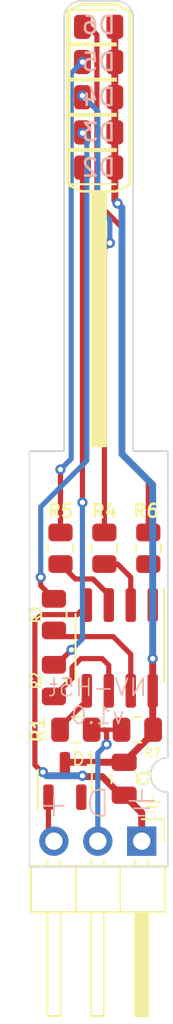
<source format=kicad_pcb>
(kicad_pcb (version 20211014) (generator pcbnew)
  (layers (0 "F.Cu" signal) (31 "B.Cu" signal) (34 "B.Paste" user) (35 "F.Paste" user) (36 "B.SilkS" user "B.Silkscreen") (37 "F.SilkS" user "F.Silkscreen") (38 "B.Mask" user) (39 "F.Mask" user) (44 "Edge.Cuts" user))
  (net 0 "")
  (net 1 "VCC")
  (net 2 "GND")
  (net 3 "Net-(D1-Pad1)")
  (net 5 "/DATA_IN")
  (net 6 "/LED_YEL_BOT")
  (net 7 "/LED_WHITE")
  (net 8 "/LED_RED")
  (net 9 "/LED_GR")
  (net 10 "/LED_YEL_TOP")
  (net 11 "/dDATA_IN")
  (net 12 "/dLED_YEL_BOT")
  (net 13 "/dLED_WHITE")
  (net 14 "/dLED_RED")
  (net 15 "/dLED_GR")
  (net 16 "/dLED_YEL_TOP")
  (footprint "Resistor_SMD:R_0805_2012Metric" (layer "F.Cu") (at 122.682 122.089 180)
    (fp_text reference "R1" (at 2.1825 0 90) (layer "F.SilkS") (effects (font (size 0.75 0.75))))
    (fp_text value "1k")
    (fp_line (start -0.227064 0.735) (end 0.227064 0.735) (layer "F.SilkS") (width 0.12))
    (fp_line (start -0.227064 -0.735) (end 0.227064 -0.735) (layer "F.SilkS") (width 0.12))
    (pad "1" smd roundrect (at -0.9125 0 180) (size 1.025 1.4) (layers "F.Cu" "F.Paste" "F.Mask") (roundrect_rratio 0.243902) (net 5 "/DATA_IN"))
    (pad "2" smd roundrect (at 0.9125 0 180) (size 1.025 1.4) (layers "F.Cu" "F.Paste" "F.Mask") (roundrect_rratio 0.243902) (net 11 "/dDATA_IN"))
  )
  (footprint "Resistor_SMD:R_0805_2012Metric" (layer "F.Cu") (at 121.793 111.6095 -90)
    (fp_text reference "R5" (at -2.159 0) (layer "F.SilkS") (effects (font (size 0.75 0.75))))
    (fp_text value "4k7")
    (fp_line (start -0.227064 -0.735) (end 0.227064 -0.735) (layer "F.SilkS") (width 0.12))
    (fp_line (start -0.227064 0.735) (end 0.227064 0.735) (layer "F.SilkS") (width 0.12))
    (pad "1" smd roundrect (at -0.9125 0 270) (size 1.025 1.4) (layers "F.Cu" "F.Paste" "F.Mask") (roundrect_rratio 0.243902) (net 9 "/LED_GR"))
    (pad "2" smd roundrect (at 0.9125 0 270) (size 1.025 1.4) (layers "F.Cu" "F.Paste" "F.Mask") (roundrect_rratio 0.243902) (net 15 "/dLED_GR"))
  )
  (footprint "Package_TO_SOT_SMD:SOT-23" (layer "F.Cu") (at 122.047 125.0465 90)
    (fp_text reference "D1" (at 1.27 1.143 180) (layer "F.SilkS") (effects (font (size 0.75 0.75) (thickness 0.1))))
    (fp_text value "BAT54")
    (fp_line (start 0 1.56) (end 0.65 1.56) (layer "F.SilkS") (width 0.12))
    (fp_line (start 0 1.56) (end -0.65 1.56) (layer "F.SilkS") (width 0.12))
    (fp_line (start 0 -1.56) (end -1.675 -1.56) (layer "F.SilkS") (width 0.12))
    (fp_line (start 0 -1.56) (end 0.65 -1.56) (layer "F.SilkS") (width 0.12))
    (pad "1" smd roundrect (at -0.9375 -0.95 90) (size 1.475 0.6) (layers "F.Cu" "F.Paste" "F.Mask") (net 3 "Net-(D1-Pad1)"))
    (pad "2" smd roundrect (at -0.9375 0.95 90) (size 1.475 0.6) (layers "F.Cu" "F.Paste" "F.Mask"))
    (pad "3" smd roundrect (at 0.9375 0 90) (size 1.475 0.6) (layers "F.Cu" "F.Paste" "F.Mask") (net 1 "VCC"))
  )
  (footprint "Resistor_SMD:R_0805_2012Metric" (layer "F.Cu") (at 126.873 111.6095 -90)
    (fp_text reference "R6" (at -2.159 0.127) (layer "F.SilkS") (effects (font (size 0.75 0.75))))
    (fp_text value "4k7")
    (fp_line (start -0.227064 0.735) (end 0.227064 0.735) (layer "F.SilkS") (width 0.12))
    (fp_line (start -0.227064 -0.735) (end 0.227064 -0.735) (layer "F.SilkS") (width 0.12))
    (pad "1" smd roundrect (at -0.9125 0 270) (size 1.025 1.4) (layers "F.Cu" "F.Paste" "F.Mask") (roundrect_rratio 0.243902) (net 10 "/LED_YEL_TOP"))
    (pad "2" smd roundrect (at 0.9125 0 270) (size 1.025 1.4) (layers "F.Cu" "F.Paste" "F.Mask") (roundrect_rratio 0.243902) (net 16 "/dLED_YEL_TOP"))
  )
  (footprint "Resistor_SMD:R_0805_2012Metric" (layer "F.Cu") (at 126.238 122.089 180)
    (fp_text reference "R7" (at -0.889 -1.355) (layer "F.SilkS") (effects (font (size 0.5 0.5) (thickness 0.1))))
    (fp_text value "10k")
    (fp_line (start -0.227064 0.735) (end 0.227064 0.735) (layer "F.SilkS") (width 0.12))
    (fp_line (start -0.227064 -0.735) (end 0.227064 -0.735) (layer "F.SilkS") (width 0.12))
    (pad "1" smd roundrect (at -0.9125 0 180) (size 1.025 1.4) (layers "F.Cu" "F.Paste" "F.Mask") (roundrect_rratio 0.243902) (net 1 "VCC"))
    (pad "2" smd roundrect (at 0.9125 0 180) (size 1.025 1.4) (layers "F.Cu" "F.Paste" "F.Mask") (roundrect_rratio 0.243902) (net 5 "/DATA_IN"))
  )
  (footprint "LED_SMD:LED_0805_2012Metric" (layer "F.Cu") (at 124 81.5)
    (fp_text reference "D6" (at 0 -0.1) (layer "B.SilkS") (effects (justify mirror)))
    (fp_text value "YELLOW")
    (fp_line (start 1 -0.96) (end -1.685 -0.96) (layer "F.SilkS") (width 0.12))
    (fp_line (start -1.685 0.96) (end 1 0.96) (layer "F.SilkS") (width 0.12))
    (fp_line (start -1.685 -0.96) (end -1.685 0.96) (layer "F.SilkS") (width 0.12))
    (pad "1" smd roundrect (at -0.9375 0) (size 0.975 1.4) (layers "F.Cu" "F.Paste" "F.Mask") (net 10 "/LED_YEL_TOP"))
    (pad "2" smd roundrect (at 0.9375 0) (size 0.975 1.4) (layers "F.Cu" "F.Paste" "F.Mask") (net 1 "VCC"))
  )
  (footprint "LED_SMD:LED_0805_2012Metric" (layer "F.Cu") (at 124 89.628)
    (fp_text reference "D2" (at 0 0) (layer "B.SilkS") (effects (justify mirror)))
    (fp_text value "YELLOW")
    (fp_line (start 1 -0.96) (end -1.685 -0.96) (layer "F.SilkS") (width 0.12))
    (fp_line (start -1.685 0.96) (end 1 0.96) (layer "F.SilkS") (width 0.12))
    (fp_line (start -1.685 -0.96) (end -1.685 0.96) (layer "F.SilkS") (width 0.12))
    (pad "1" smd roundrect (at -0.9375 0) (size 0.975 1.4) (layers "F.Cu" "F.Paste" "F.Mask") (net 6 "/LED_YEL_BOT"))
    (pad "2" smd roundrect (at 0.9375 0) (size 0.975 1.4) (layers "F.Cu" "F.Paste" "F.Mask") (net 1 "VCC"))
  )
  (footprint "Connector_PinHeader_2.54mm:PinHeader_1x03_P2.54mm_Horizontal" (layer "F.Cu") (at 126.492 128.524 -90)
    (fp_text reference "J1" hide)
    (fp_text value "PSH02-03")
    (fp_line (start 4.1 2.16) (end 10.1 2.16) (layer "F.SilkS") (width 0.12))
    (fp_line (start 4.1 -0.08) (end 10.1 -0.08) (layer "F.SilkS") (width 0.12))
    (fp_line (start 1.042929 2.92) (end 1.44 2.92) (layer "F.SilkS") (width 0.12))
    (fp_line (start 1.44 6.41) (end 4.1 6.41) (layer "F.SilkS") (width 0.12))
    (fp_line (start 4.1 0.04) (end 10.1 0.04) (layer "F.SilkS") (width 0.12))
    (fp_line (start 4.1 -1.33) (end 1.44 -1.33) (layer "F.SilkS") (width 0.12))
    (fp_line (start 4.1 -0.32) (end 10.1 -0.32) (layer "F.SilkS") (width 0.12))
    (fp_line (start 1.042929 2.16) (end 1.44 2.16) (layer "F.SilkS") (width 0.12))
    (fp_line (start -1.27 0) (end -1.27 -1.27) (layer "F.SilkS") (width 0.12))
    (fp_line (start 1.44 3.81) (end 4.1 3.81) (layer "F.SilkS") (width 0.12))
    (fp_line (start 1.042929 5.46) (end 1.44 5.46) (layer "F.SilkS") (width 0.12))
    (fp_line (start 1.11 0.38) (end 1.44 0.38) (layer "F.SilkS") (width 0.12))
    (fp_line (start 4.1 0.16) (end 10.1 0.16) (layer "F.SilkS") (width 0.12))
    (fp_line (start 10.1 -0.38) (end 10.1 0.38) (layer "F.SilkS") (width 0.12))
    (fp_line (start 4.1 -0.2) (end 10.1 -0.2) (layer "F.SilkS") (width 0.12))
    (fp_line (start 1.44 -1.33) (end 1.44 6.41) (layer "F.SilkS") (width 0.12))
    (fp_line (start 4.1 6.41) (end 4.1 -1.33) (layer "F.SilkS") (width 0.12))
    (fp_line (start 10.1 5.46) (end 4.1 5.46) (layer "F.SilkS") (width 0.12))
    (fp_line (start 10.1 2.16) (end 10.1 2.92) (layer "F.SilkS") (width 0.12))
    (fp_line (start 1.11 -0.38) (end 1.44 -0.38) (layer "F.SilkS") (width 0.12))
    (fp_line (start 4.1 4.7) (end 10.1 4.7) (layer "F.SilkS") (width 0.12))
    (fp_line (start 1.44 1.27) (end 4.1 1.27) (layer "F.SilkS") (width 0.12))
    (fp_line (start 10.1 2.92) (end 4.1 2.92) (layer "F.SilkS") (width 0.12))
    (fp_line (start 4.1 -0.38) (end 10.1 -0.38) (layer "F.SilkS") (width 0.12))
    (fp_line (start -1.27 -1.27) (end 0 -1.27) (layer "F.SilkS") (width 0.12))
    (fp_line (start 10.1 4.7) (end 10.1 5.46) (layer "F.SilkS") (width 0.12))
    (fp_line (start 10.1 0.38) (end 4.1 0.38) (layer "F.SilkS") (width 0.12))
    (fp_line (start 1.042929 4.7) (end 1.44 4.7) (layer "F.SilkS") (width 0.12))
    (fp_line (start 4.1 0.28) (end 10.1 0.28) (layer "F.SilkS") (width 0.12))
    (pad "1" thru_hole rect (at 0 0 270) (size 1.7 1.7) (drill 1) (layers *.Cu *.Mask) (net 2 "GND"))
    (pad "2" thru_hole oval (at 0 2.54 270) (size 1.7 1.7) (drill 1) (layers *.Cu *.Mask) (net 5 "/DATA_IN"))
    (pad "3" thru_hole oval (at 0 5.08 270) (size 1.7 1.7) (drill 1) (layers *.Cu *.Mask) (net 3 "Net-(D1-Pad1)"))
  )
  (footprint "LED_SMD:LED_0805_2012Metric" (layer "F.Cu") (at 124 85.564)
    (fp_text reference "D4" (at 0 0) (layer "B.SilkS") (effects (justify mirror)))
    (fp_text value "RED")
    (fp_line (start -1.685 -0.96) (end -1.685 0.96) (layer "F.SilkS") (width 0.12))
    (fp_line (start 1 -0.96) (end -1.685 -0.96) (layer "F.SilkS") (width 0.12))
    (fp_line (start -1.685 0.96) (end 1 0.96) (layer "F.SilkS") (width 0.12))
    (pad "1" smd roundrect (at -0.9375 0) (size 0.975 1.4) (layers "F.Cu" "F.Paste" "F.Mask") (net 8 "/LED_RED"))
    (pad "2" smd roundrect (at 0.9375 0) (size 0.975 1.4) (layers "F.Cu" "F.Paste" "F.Mask") (net 1 "VCC"))
  )
  (footprint "Resistor_SMD:R_0805_2012Metric" (layer "F.Cu") (at 121.412 115.443 -90)
    (fp_text reference "R3" (at 0 1.016 -90) (layer "F.SilkS") (effects (font (size 0.5 0.5) (thickness 0.1))))
    (fp_text value "4k7")
    (fp_line (start -0.227064 -0.735) (end 0.227064 -0.735) (layer "F.SilkS") (width 0.12))
    (fp_line (start -0.227064 0.735) (end 0.227064 0.735) (layer "F.SilkS") (width 0.12))
    (pad "1" smd roundrect (at -0.9125 0 270) (size 1.025 1.4) (layers "F.Cu" "F.Paste" "F.Mask") (roundrect_rratio 0.243902) (net 7 "/LED_WHITE"))
    (pad "2" smd roundrect (at 0.9125 0 270) (size 1.025 1.4) (layers "F.Cu" "F.Paste" "F.Mask") (roundrect_rratio 0.243902) (net 13 "/dLED_WHITE"))
  )
  (footprint "LED_SMD:LED_0805_2012Metric" (layer "F.Cu") (at 124 87.596)
    (fp_text reference "D3" (at 0 -0.004) (layer "B.SilkS") (effects (justify mirror)))
    (fp_text value "WHITE")
    (fp_line (start 1 -0.96) (end -1.685 -0.96) (layer "F.SilkS") (width 0.12))
    (fp_line (start -1.685 -0.96) (end -1.685 0.96) (layer "F.SilkS") (width 0.12))
    (fp_line (start -1.685 0.96) (end 1 0.96) (layer "F.SilkS") (width 0.12))
    (pad "1" smd roundrect (at -0.9375 0) (size 0.975 1.4) (layers "F.Cu" "F.Paste" "F.Mask") (net 7 "/LED_WHITE"))
    (pad "2" smd roundrect (at 0.9375 0) (size 0.975 1.4) (layers "F.Cu" "F.Paste" "F.Mask") (net 1 "VCC"))
  )
  (footprint "LED_SMD:LED_0805_2012Metric" (layer "F.Cu") (at 124 83.532)
    (fp_text reference "D5" (at 0 0) (layer "B.SilkS") (effects (justify mirror)))
    (fp_text value "GREEN")
    (fp_line (start -1.685 -0.96) (end -1.685 0.96) (layer "F.SilkS") (width 0.12))
    (fp_line (start 1 -0.96) (end -1.685 -0.96) (layer "F.SilkS") (width 0.12))
    (fp_line (start -1.685 0.96) (end 1 0.96) (layer "F.SilkS") (width 0.12))
    (pad "1" smd roundrect (at -0.9375 0) (size 0.975 1.4) (layers "F.Cu" "F.Paste" "F.Mask") (net 9 "/LED_GR"))
    (pad "2" smd roundrect (at 0.9375 0) (size 0.975 1.4) (layers "F.Cu" "F.Paste" "F.Mask") (net 1 "VCC"))
  )
  (footprint "Capacitor_SMD:C_0805_2012Metric" (layer "F.Cu") (at 125.476 124.9195 -90)
    (fp_text reference "C1" (at -0.0785 -1.143 -90) (layer "F.SilkS") (effects (font (size 0.5 0.5) (thickness 0.1))))
    (fp_text value "1u")
    (fp_line (start -0.261252 0.735) (end 0.261252 0.735) (layer "F.SilkS") (width 0.12))
    (fp_line (start -0.261252 -0.735) (end 0.261252 -0.735) (layer "F.SilkS") (width 0.12))
    (pad "1" smd roundrect (at -0.95 0 270) (size 1 1.45) (layers "F.Cu" "F.Paste" "F.Mask") (net 1 "VCC"))
    (pad "2" smd roundrect (at 0.95 0 270) (size 1 1.45) (layers "F.Cu" "F.Paste" "F.Mask") (net 2 "GND"))
  )
  (footprint "Resistor_SMD:R_0805_2012Metric" (layer "F.Cu") (at 124.333 111.6095 -90)
    (fp_text reference "R4" (at -2.1355 0) (layer "F.SilkS") (effects (font (size 0.75 0.75))))
    (fp_text value "4k7")
    (fp_line (start -0.227064 -0.735) (end 0.227064 -0.735) (layer "F.SilkS") (width 0.12))
    (fp_line (start -0.227064 0.735) (end 0.227064 0.735) (layer "F.SilkS") (width 0.12))
    (pad "1" smd roundrect (at -0.9125 0 270) (size 1.025 1.4) (layers "F.Cu" "F.Paste" "F.Mask") (roundrect_rratio 0.243902) (net 8 "/LED_RED"))
    (pad "2" smd roundrect (at 0.9125 0 270) (size 1.025 1.4) (layers "F.Cu" "F.Paste" "F.Mask") (roundrect_rratio 0.243902) (net 14 "/dLED_RED"))
  )
  (footprint "Resistor_SMD:R_0805_2012Metric" (layer "F.Cu") (at 121.412 119.253 90)
    (fp_text reference "R2" (at 0 -1.016 90) (layer "F.SilkS") (effects (font (size 0.5 0.5) (thickness 0.1))))
    (fp_text value "4k7")
    (fp_line (start -0.227064 -0.735) (end 0.227064 -0.735) (layer "F.SilkS") (width 0.12))
    (fp_line (start -0.227064 0.735) (end 0.227064 0.735) (layer "F.SilkS") (width 0.12))
    (pad "1" smd roundrect (at -0.9125 0 90) (size 1.025 1.4) (layers "F.Cu" "F.Paste" "F.Mask") (roundrect_rratio 0.243902) (net 12 "/dLED_YEL_BOT"))
    (pad "2" smd roundrect (at 0.9125 0 90) (size 1.025 1.4) (layers "F.Cu" "F.Paste" "F.Mask") (roundrect_rratio 0.243902) (net 6 "/LED_YEL_BOT"))
  )
  (footprint "Package_SO:SOIC-8_3.9x4.9mm_P1.27mm" (layer "F.Cu") (at 125.222 117.366 -90)
    (fp_text reference "U1" hide)
    (fp_text value "ATtiny25-20SS")
    (fp_line (start 0 2.56) (end 1.95 2.56) (layer "F.SilkS") (width 0.12))
    (fp_line (start 0 -2.56) (end -3.45 -2.56) (layer "F.SilkS") (width 0.12))
    (fp_line (start 0 2.56) (end -1.95 2.56) (layer "F.SilkS") (width 0.12))
    (fp_line (start 0 -2.56) (end 1.95 -2.56) (layer "F.SilkS") (width 0.12))
    (pad "1" smd roundrect (at -2.475 -1.905 270) (size 1.95 0.6) (layers "F.Cu" "F.Paste" "F.Mask") (net 16 "/dLED_YEL_TOP"))
    (pad "2" smd roundrect (at -2.475 -0.635 270) (size 1.95 0.6) (layers "F.Cu" "F.Paste" "F.Mask") (net 14 "/dLED_RED"))
    (pad "3" smd roundrect (at -2.475 0.635 270) (size 1.95 0.6) (layers "F.Cu" "F.Paste" "F.Mask") (net 15 "/dLED_GR"))
    (pad "4" smd roundrect (at -2.475 1.905 270) (size 1.95 0.6) (layers "F.Cu" "F.Paste" "F.Mask") (net 2 "GND"))
    (pad "5" smd roundrect (at 2.475 1.905 270) (size 1.95 0.6) (layers "F.Cu" "F.Paste" "F.Mask") (net 11 "/dDATA_IN"))
    (pad "6" smd roundrect (at 2.475 0.635 270) (size 1.95 0.6) (layers "F.Cu" "F.Paste" "F.Mask") (net 12 "/dLED_YEL_BOT"))
    (pad "7" smd roundrect (at 2.475 -0.635 270) (size 1.95 0.6) (layers "F.Cu" "F.Paste" "F.Mask") (net 13 "/dLED_WHITE"))
    (pad "8" smd roundrect (at 2.475 -1.905 270) (size 1.95 0.6) (layers "F.Cu" "F.Paste" "F.Mask") (net 1 "VCC"))
  )
  (gr_line (start 123 80.2) (end 122.2 80.6) (layer "F.SilkS") (width 0.15))
  (gr_line (start 123 91) (end 122.2 90.6) (layer "F.SilkS") (width 0.15))
  (gr_line (start 125 91) (end 123 91) (layer "F.SilkS") (width 0.15))
  (gr_line (start 125 80.2) (end 125.8 80.6) (layer "F.SilkS") (width 0.15))
  (gr_line (start 122.2 80.6) (end 122.2 90.6) (layer "F.SilkS") (width 0.15))
  (gr_rect (start 123.6 91) (end 124.4 105.7) (layer "F.SilkS") (width 0.15) (fill solid))
  (gr_line (start 123 80.2) (end 125 80.2) (layer "F.SilkS") (width 0.15))
  (gr_line (start 125 91) (end 125.8 90.6) (layer "F.SilkS") (width 0.15))
  (gr_line (start 125.8 80.6) (end 125.8 90.6) (layer "F.SilkS") (width 0.15))
  (gr_line (start 128 106) (end 128 123.7) (layer "Edge.Cuts") (width 0.1))
  (gr_line (start 122 106) (end 120 106) (layer "Edge.Cuts") (width 0.1))
  (gr_line (start 122 81) (end 122 106) (layer "Edge.Cuts") (width 0.1))
  (gr_arc (start 122 81) (mid 122.292893 80.292893) (end 123 80) (layer "Edge.Cuts") (width 0.1))
  (gr_line (start 120 130) (end 128 130) (layer "Edge.Cuts") (width 0.1))
  (gr_line (start 128 130) (end 128 125.7) (layer "Edge.Cuts") (width 0.1))
  (gr_line (start 126 81) (end 126 106) (layer "Edge.Cuts") (width 0.1))
  (gr_line (start 123 80) (end 125 80) (layer "Edge.Cuts") (width 0.1))
  (gr_arc (start 125 80) (mid 125.707107 80.292893) (end 126 81) (layer "Edge.Cuts") (width 0.1))
  (gr_arc (start 128 125.7) (mid 127 124.7) (end 128 123.7) (layer "Edge.Cuts") (width 0.1))
  (gr_line (start 128 106) (end 126 106) (layer "Edge.Cuts") (width 0.1))
  (gr_line (start 120 130) (end 120 106) (layer "Edge.Cuts") (width 0.1))
  (gr_text "D" (at 123.952 126.365) (layer "B.SilkS") (effects (font (size 1.5 1.5) (thickness 0.1)) (justify mirror)))
  (gr_text "⏚" (at 126.492 126.365) (layer "B.SilkS") (effects (font (size 1.5 1.5) (thickness 0.1)) (justify mirror)))
  (gr_text "NV-H5t\nv1.0" (at 123.952 120.462) (layer "B.SilkS") (effects (font (size 1 1) (thickness 0.1)) (justify mirror)))
  (gr_text "+" (at 121.412 126.365) (layer "B.SilkS") (effects (font (size 1.5 1.5) (thickness 0.1)) (justify mirror)))
  (gr_text "⏚" (at 127.127 126.365) (layer "F.SilkS") (effects (font (size 1 1) (thickness 0.1))))
  (segment (start 127.127 119.841) (end 127.127 117.983) (width 0.4) (layer "F.Cu") (net 1))
  (segment (start 127.1505 122.295) (end 125.476 123.9695) (width 0.4) (layer "F.Cu") (net 1))
  (segment (start 127.1505 122.089) (end 127.1505 122.295) (width 0.4) (layer "F.Cu") (net 1))
  (segment (start 124.9375 89.628) (end 124.9375 91.5365) (width 0.4) (layer "F.Cu") (net 1))
  (segment (start 127.127 119.841) (end 127.127 122.0655) (width 0.4) (layer "F.Cu") (net 1))
  (segment (start 127.127 122.0655) (end 127.1505 122.089) (width 0.4) (layer "F.Cu") (net 1))
  (segment (start 125.476 123.9695) (end 123.002 123.9695) (width 0.4) (layer "F.Cu") (net 1))
  (segment (start 122.1865 123.9695) (end 122.047 124.109) (width 0.4) (layer "F.Cu") (net 1))
  (segment (start 124.9375 81.5) (end 124.9375 89.628) (width 0.4) (layer "F.Cu") (net 1))
  (segment (start 123.002 123.9695) (end 122.1865 123.9695) (width 0.4) (layer "F.Cu") (net 1))
  (segment (start 124.9375 91.5365) (end 125.095 91.694) (width 0.4) (layer "F.Cu") (net 1))
  (via (at 125.095 91.694) (size 0.6) (drill 0.3) (layers "F.Cu" "B.Cu") (net 1))
  (via (at 127.127 117.983) (size 0.6) (drill 0.3) (layers "F.Cu" "B.Cu") (net 1))
  (segment (start 127.127 107.95) (end 127.127 117.983) (width 0.4) (layer "B.Cu") (net 1))
  (segment (start 125.349 106.172) (end 127.127 107.95) (width 0.4) (layer "B.Cu") (net 1))
  (segment (start 125.349 91.948) (end 125.349 106.172) (width 0.4) (layer "B.Cu") (net 1))
  (segment (start 125.095 91.694) (end 125.349 91.948) (width 0.4) (layer "B.Cu") (net 1))
  (segment (start 125.476 125.8695) (end 125.283 125.8695) (width 0.4) (layer "F.Cu") (net 2))
  (segment (start 120.312 115.823761) (end 120.692761 115.443) (width 0.3) (layer "F.Cu") (net 2))
  (segment (start 120.312 124.122) (end 120.312 115.823761) (width 0.3) (layer "F.Cu") (net 2))
  (segment (start 122.765 115.443) (end 123.317 114.891) (width 0.3) (layer "F.Cu") (net 2))
  (segment (start 125.283 125.8695) (end 124.206 124.7925) (width 0.4) (layer "F.Cu") (net 2))
  (segment (start 120.692761 115.443) (end 122.765 115.443) (width 0.3) (layer "F.Cu") (net 2))
  (segment (start 120.777 124.5385) (end 120.7285 124.5385) (width 0.4) (layer "F.Cu") (net 2))
  (segment (start 120.7285 124.5385) (end 120.312 124.122) (width 0.3) (layer "F.Cu") (net 2))
  (segment (start 126.492 126.8855) (end 125.476 125.8695) (width 0.4) (layer "F.Cu") (net 2))
  (segment (start 126.492 128.524) (end 126.492 126.8855) (width 0.4) (layer "F.Cu") (net 2))
  (segment (start 123.063 124.7925) (end 123.063 124.747) (width 0.4) (layer "F.Cu") (net 2))
  (segment (start 124.206 124.7925) (end 123.063 124.7925) (width 0.4) (layer "F.Cu") (net 2))
  (via (at 123.063 124.747) (size 0.6) (drill 0.3) (layers "F.Cu" "B.Cu") (net 2))
  (via (at 120.777 124.5385) (size 0.6) (drill 0.3) (layers "F.Cu" "B.Cu") (net 2))
  (segment (start 120.777 124.5385) (end 120.9855 124.747) (width 0.4) (layer "B.Cu") (net 2))
  (segment (start 120.9855 124.747) (end 123.063 124.747) (width 0.4) (layer "B.Cu") (net 2))
  (segment (start 121.097 126.2865) (end 121.097 128.209) (width 0.3) (layer "F.Cu") (net 3))
  (segment (start 121.097 128.209) (end 121.412 128.524) (width 0.3) (layer "F.Cu") (net 3))
  (segment (start 125.3255 122.089) (end 124.333 122.089) (width 0.25) (layer "F.Cu") (net 5))
  (segment (start 124.333 122.089) (end 123.5945 122.089) (width 0.25) (layer "F.Cu") (net 5))
  (segment (start 124.46 122.936) (end 124.46 122.216) (width 0.3) (layer "F.Cu") (net 5))
  (segment (start 124.46 122.216) (end 124.333 122.089) (width 0.3) (layer "F.Cu") (net 5))
  (via (at 124.46 122.936) (size 0.6) (drill 0.3) (layers "F.Cu" "B.Cu") (net 5))
  (segment (start 124.46 122.936) (end 123.952 123.444) (width 0.3) (layer "B.Cu") (net 5))
  (segment (start 123.952 123.444) (end 123.952 128.524) (width 0.3) (layer "B.Cu") (net 5))
  (segment (start 121.5625 118.3405) (end 122.428 117.475) (width 0.3) (layer "F.Cu") (net 6))
  (segment (start 123.0625 89.628) (end 123.0625 108.9655) (width 0.3) (layer "F.Cu") (net 6))
  (segment (start 121.412 118.3405) (end 121.5625 118.3405) (width 0.3) (layer "F.Cu") (net 6))
  (via (at 122.428 117.475) (size 0.6) (drill 0.3) (layers "F.Cu" "B.Cu") (net 6))
  (via (at 123.0625 108.9655) (size 0.6) (drill 0.3) (layers "F.Cu" "B.Cu") (net 6))
  (segment (start 122.428 117.475) (end 123.063 116.84) (width 0.3) (layer "B.Cu") (net 6))
  (segment (start 123.063 116.84) (end 123.063 115.57) (width 0.3) (layer "B.Cu") (net 6))
  (segment (start 123.0625 115.5695) (end 123.0625 108.9655) (width 0.3) (layer "B.Cu") (net 6))
  (segment (start 123.063 115.57) (end 123.0625 115.5695) (width 0.3) (layer "B.Cu") (net 6))
  (segment (start 120.65 113.284) (end 120.65 113.7685) (width 0.3) (layer "F.Cu") (net 7))
  (segment (start 120.65 113.7685) (end 121.412 114.5305) (width 0.3) (layer "F.Cu") (net 7))
  (segment (start 123.0625 87.6295) (end 123.063 87.63) (width 0.3) (layer "F.Cu") (net 7))
  (segment (start 123.0625 87.596) (end 123.0625 87.6295) (width 0.3) (layer "F.Cu") (net 7))
  (via (at 123.063 87.63) (size 0.6) (drill 0.3) (layers "F.Cu" "B.Cu") (net 7))
  (via (at 120.65 113.284) (size 0.6) (drill 0.3) (layers "F.Cu" "B.Cu") (net 7))
  (segment (start 123.063 87.63) (end 123.317 87.884) (width 0.3) (layer "B.Cu") (net 7))
  (segment (start 123.317 106.553) (end 120.65 109.22) (width 0.3) (layer "B.Cu") (net 7))
  (segment (start 123.317 87.884) (end 123.317 106.553) (width 0.3) (layer "B.Cu") (net 7))
  (segment (start 120.65 109.22) (end 120.65 113.284) (width 0.3) (layer "B.Cu") (net 7))
  (segment (start 124.6495 93.98) (end 124.333 94.2965) (width 0.3) (layer "F.Cu") (net 8))
  (segment (start 124.333 94.2965) (end 124.333 110.697) (width 0.3) (layer "F.Cu") (net 8))
  (segment (start 123.0625 85.4715) (end 123.063 85.471) (width 0.3) (layer "F.Cu") (net 8))
  (segment (start 123.0625 85.564) (end 123.0625 85.4715) (width 0.3) (layer "F.Cu") (net 8))
  (via (at 124.6495 93.98) (size 0.6) (drill 0.3) (layers "F.Cu" "B.Cu") (net 8))
  (via (at 123.0625 85.4715) (size 0.6) (drill 0.3) (layers "F.Cu" "B.Cu") (net 8))
  (segment (start 124.6495 92.6455) (end 123.952 91.948) (width 0.3) (layer "B.Cu") (net 8))
  (segment (start 123.952 91.948) (end 123.952 86.361) (width 0.3) (layer "B.Cu") (net 8))
  (segment (start 124.6495 93.98) (end 124.6495 92.6455) (width 0.3) (layer "B.Cu") (net 8))
  (segment (start 123.952 86.361) (end 123.0625 85.4715) (width 0.3) (layer "B.Cu") (net 8))
  (segment (start 121.793 110.697) (end 121.793 107.061) (width 0.3) (layer "F.Cu") (net 9))
  (via (at 123.0625 83.532) (size 0.6) (drill 0.3) (layers "F.Cu" "B.Cu") (net 9))
  (via (at 121.793 107.061) (size 0.6) (drill 0.3) (layers "F.Cu" "B.Cu") (net 9))
  (segment (start 122.413 84.1815) (end 123.0625 83.532) (width 0.3) (layer "B.Cu") (net 9))
  (segment (start 121.793 107.061) (end 122.413 106.441) (width 0.3) (layer "B.Cu") (net 9))
  (segment (start 122.413 106.441) (end 122.413 84.1815) (width 0.3) (layer "B.Cu") (net 9))
  (segment (start 123.433 81.5) (end 123.9 81.967) (width 0.3) (layer "F.Cu") (net 10))
  (segment (start 125.349 106.172) (end 126.873 107.696) (width 0.3) (layer "F.Cu") (net 10))
  (segment (start 125.349 93.091) (end 125.349 106.172) (width 0.3) (layer "F.Cu") (net 10))
  (segment (start 126.873 107.696) (end 126.873 110.697) (width 0.3) (layer "F.Cu") (net 10))
  (segment (start 123.9 91.642) (end 125.349 93.091) (width 0.3) (layer "F.Cu") (net 10))
  (segment (start 123.0625 81.5) (end 123.433 81.5) (width 0.3) (layer "F.Cu") (net 10))
  (segment (start 123.9 81.967) (end 123.9 91.642) (width 0.3) (layer "F.Cu") (net 10))
  (segment (start 121.7695 121.9435) (end 123.317 120.396) (width 0.3) (layer "F.Cu") (net 11))
  (segment (start 123.317 120.396) (end 123.317 119.841) (width 0.3) (layer "F.Cu") (net 11))
  (segment (start 121.7695 122.089) (end 121.7695 121.9435) (width 0.3) (layer "F.Cu") (net 11))
  (segment (start 122.97 117.983) (end 124.206 117.983) (width 0.3) (layer "F.Cu") (net 12))
  (segment (start 122.462 119.1155) (end 122.462 118.491) (width 0.3) (layer "F.Cu") (net 12))
  (segment (start 124.587 118.364) (end 124.587 119.841) (width 0.3) (layer "F.Cu") (net 12))
  (segment (start 122.462 118.491) (end 122.97 117.983) (width 0.3) (layer "F.Cu") (net 12))
  (segment (start 121.412 120.1655) (end 122.462 119.1155) (width 0.3) (layer "F.Cu") (net 12))
  (segment (start 124.206 117.983) (end 124.587 118.364) (width 0.3) (layer "F.Cu") (net 12))
  (segment (start 124.841 116.713) (end 121.7695 116.713) (width 0.3) (layer "F.Cu") (net 13))
  (segment (start 121.7695 116.713) (end 121.412 116.3555) (width 0.3) (layer "F.Cu") (net 13))
  (segment (start 125.857 119.841) (end 125.857 117.729) (width 0.3) (layer "F.Cu") (net 13))
  (segment (start 125.857 117.729) (end 124.841 116.713) (width 0.3) (layer "F.Cu") (net 13))
  (segment (start 125.857 114.891) (end 125.857 113.284) (width 0.3) (layer "F.Cu") (net 14))
  (segment (start 125.857 113.284) (end 125.095 112.522) (width 0.3) (layer "F.Cu") (net 14))
  (segment (start 125.095 112.522) (end 124.333 112.522) (width 0.3) (layer "F.Cu") (net 14))
  (segment (start 121.793 112.522) (end 122.6555 113.3845) (width 0.3) (layer "F.Cu") (net 15))
  (segment (start 122.6555 113.3845) (end 123.6715 113.3845) (width 0.3) (layer "F.Cu") (net 15))
  (segment (start 124.587 114.3) (end 124.587 114.891) (width 0.3) (layer "F.Cu") (net 15))
  (segment (start 123.6715 113.3845) (end 124.587 114.3) (width 0.3) (layer "F.Cu") (net 15))
  (segment (start 127.127 113.03) (end 127.127 114.891) (width 0.3) (layer "F.Cu") (net 16))
  (segment (start 127.127 113.03) (end 126.619 112.522) (width 0.3) (layer "F.Cu") (net 16))
)
</source>
